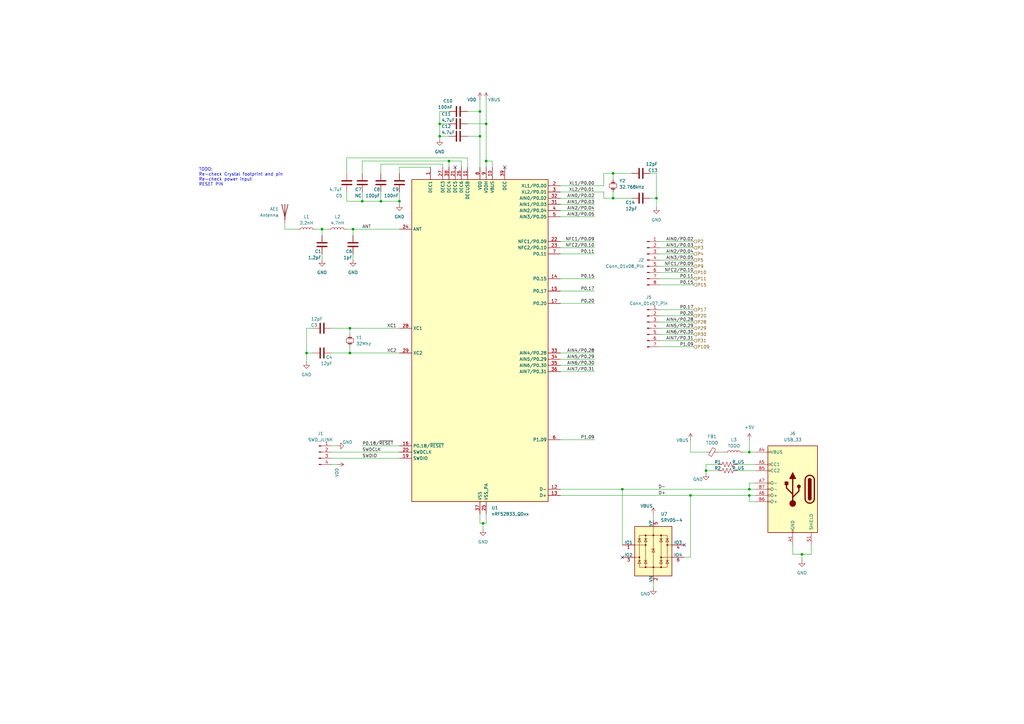
<source format=kicad_sch>
(kicad_sch (version 20231120) (generator "eeschema") (generator_version "8.0")
  (paper "A3")
  (title_block (title "NRF52833_QFN40") (date "2024-11-14") (company "AHAH_TERROR"))
  (lib_symbols
    (symbol "Connector:Conn_01x04_Pin" (pin_names (offset 1.016) hide)
      (property "Reference" "J" (at 0 5.08 0))
      (property "Value" "Conn_01x04_Pin" (at 0 -7.62 0))
      (symbol "Conn_01x04_Pin_1_1"
        (polyline (pts (xy 1.27 -5.08) (xy 0.8636 -5.08)) (stroke (width 0.1524)))
        (polyline (pts (xy 1.27 -2.54) (xy 0.8636 -2.54)) (stroke (width 0.1524)))
        (polyline (pts (xy 1.27 0) (xy 0.8636 0)) (stroke (width 0.1524)))
        (polyline (pts (xy 1.27 2.54) (xy 0.8636 2.54)) (stroke (width 0.1524)))
        (rectangle (start 0.8636 -4.953) (end 0 -5.207) (stroke (width 0.1524)) (fill (type outline)))
        (rectangle (start 0.8636 -2.413) (end 0 -2.667) (stroke (width 0.1524)) (fill (type outline)))
        (rectangle (start 0.8636 0.127) (end 0 -0.127) (stroke (width 0.1524)) (fill (type outline)))
        (rectangle (start 0.8636 2.667) (end 0 2.413) (stroke (width 0.1524)) (fill (type outline)))
        (pin passive line (at 5.08 2.54 180) (length 3.81) (name "Pin_1") (number "1"))
        (pin passive line (at 5.08 0 180) (length 3.81) (name "Pin_2") (number "2"))
        (pin passive line (at 5.08 -2.54 180) (length 3.81) (name "Pin_3") (number "3"))
        (pin passive line (at 5.08 -5.08 180) (length 3.81) (name "Pin_4") (number "4"))
      )
    )
    (symbol "Connector:Conn_01x07_Pin" (pin_names (offset 1.016) hide)
      (property "Reference" "J" (at 0 10.16 0))
      (property "Value" "Conn_01x07_Pin" (at 0 -10.16 0))
      (symbol "Conn_01x07_Pin_1_1"
        (polyline (pts (xy 1.27 -7.62) (xy 0.8636 -7.62)) (stroke (width 0.1524)))
        (polyline (pts (xy 1.27 -5.08) (xy 0.8636 -5.08)) (stroke (width 0.1524)))
        (polyline (pts (xy 1.27 -2.54) (xy 0.8636 -2.54)) (stroke (width 0.1524)))
        (polyline (pts (xy 1.27 0) (xy 0.8636 0)) (stroke (width 0.1524)))
        (polyline (pts (xy 1.27 2.54) (xy 0.8636 2.54)) (stroke (width 0.1524)))
        (polyline (pts (xy 1.27 5.08) (xy 0.8636 5.08)) (stroke (width 0.1524)))
        (polyline (pts (xy 1.27 7.62) (xy 0.8636 7.62)) (stroke (width 0.1524)))
        (rectangle (start 0.8636 -7.493) (end 0 -7.747) (stroke (width 0.1524)) (fill (type outline)))
        (rectangle (start 0.8636 -4.953) (end 0 -5.207) (stroke (width 0.1524)) (fill (type outline)))
        (rectangle (start 0.8636 -2.413) (end 0 -2.667) (stroke (width 0.1524)) (fill (type outline)))
        (rectangle (start 0.8636 0.127) (end 0 -0.127) (stroke (width 0.1524)) (fill (type outline)))
        (rectangle (start 0.8636 2.667) (end 0 2.413) (stroke (width 0.1524)) (fill (type outline)))
        (rectangle (start 0.8636 5.207) (end 0 4.953) (stroke (width 0.1524)) (fill (type outline)))
        (rectangle (start 0.8636 7.747) (end 0 7.493) (stroke (width 0.1524)) (fill (type outline)))
        (pin passive line (at 5.08 7.62 180) (length 3.81) (name "Pin_1") (number "1"))
        (pin passive line (at 5.08 5.08 180) (length 3.81) (name "Pin_2") (number "2"))
        (pin passive line (at 5.08 2.54 180) (length 3.81) (name "Pin_3") (number "3"))
        (pin passive line (at 5.08 0 180) (length 3.81) (name "Pin_4") (number "4"))
        (pin passive line (at 5.08 -2.54 180) (length 3.81) (name "Pin_5") (number "5"))
        (pin passive line (at 5.08 -5.08 180) (length 3.81) (name "Pin_6") (number "6"))
        (pin passive line (at 5.08 -7.62 180) (length 3.81) (name "Pin_7") (number "7"))
      )
    )
    (symbol "Connector:Conn_01x08_Pin" (pin_names (offset 1.016) hide)
      (property "Reference" "J" (at 0 10.16 0))
      (property "Value" "Conn_01x08_Pin" (at 0 -12.7 0))
      (symbol "Conn_01x08_Pin_1_1"
        (polyline (pts (xy 1.27 -10.16) (xy 0.8636 -10.16)) (stroke (width 0.1524)))
        (polyline (pts (xy 1.27 -7.62) (xy 0.8636 -7.62)) (stroke (width 0.1524)))
        (polyline (pts (xy 1.27 -5.08) (xy 0.8636 -5.08)) (stroke (width 0.1524)))
        (polyline (pts (xy 1.27 -2.54) (xy 0.8636 -2.54)) (stroke (width 0.1524)))
        (polyline (pts (xy 1.27 0) (xy 0.8636 0)) (stroke (width 0.1524)))
        (polyline (pts (xy 1.27 2.54) (xy 0.8636 2.54)) (stroke (width 0.1524)))
        (polyline (pts (xy 1.27 5.08) (xy 0.8636 5.08)) (stroke (width 0.1524)))
        (polyline (pts (xy 1.27 7.62) (xy 0.8636 7.62)) (stroke (width 0.1524)))
        (rectangle (start 0.8636 -10.033) (end 0 -10.287) (stroke (width 0.1524)) (fill (type outline)))
        (rectangle (start 0.8636 -7.493) (end 0 -7.747) (stroke (width 0.1524)) (fill (type outline)))
        (rectangle (start 0.8636 -4.953) (end 0 -5.207) (stroke (width 0.1524)) (fill (type outline)))
        (rectangle (start 0.8636 -2.413) (end 0 -2.667) (stroke (width 0.1524)) (fill (type outline)))
        (rectangle (start 0.8636 0.127) (end 0 -0.127) (stroke (width 0.1524)) (fill (type outline)))
        (rectangle (start 0.8636 2.667) (end 0 2.413) (stroke (width 0.1524)) (fill (type outline)))
        (rectangle (start 0.8636 5.207) (end 0 4.953) (stroke (width 0.1524)) (fill (type outline)))
        (rectangle (start 0.8636 7.747) (end 0 7.493) (stroke (width 0.1524)) (fill (type outline)))
        (pin passive line (at 5.08 7.62 180) (length 3.81) (name "Pin_1") (number "1"))
        (pin passive line (at 5.08 5.08 180) (length 3.81) (name "Pin_2") (number "2"))
        (pin passive line (at 5.08 2.54 180) (length 3.81) (name "Pin_3") (number "3"))
        (pin passive line (at 5.08 0 180) (length 3.81) (name "Pin_4") (number "4"))
        (pin passive line (at 5.08 -2.54 180) (length 3.81) (name "Pin_5") (number "5"))
        (pin passive line (at 5.08 -5.08 180) (length 3.81) (name "Pin_6") (number "6"))
        (pin passive line (at 5.08 -7.62 180) (length 3.81) (name "Pin_7") (number "7"))
        (pin passive line (at 5.08 -10.16 180) (length 3.81) (name "Pin_8") (number "8"))
      )
    )
    (symbol "Connector:USB_C_Receptacle_USB2.0_14P" (pin_names (offset 1.016))
      (property "Reference" "J" (at 0 22.225 0))
      (property "Value" "USB_C_Receptacle_USB2.0_14P" (at 0 19.685 0))
      (symbol "USB_C_Receptacle_USB2.0_14P_0_0"
        (rectangle (start -0.254 -17.78) (end 0.254 -16.764))
        (rectangle (start 10.16 -4.826) (end 9.144 -5.334))
        (rectangle (start 10.16 -2.286) (end 9.144 -2.794))
        (rectangle (start 10.16 0.254) (end 9.144 -0.254))
        (rectangle (start 10.16 2.794) (end 9.144 2.286))
        (rectangle (start 10.16 7.874) (end 9.144 7.366))
        (rectangle (start 10.16 10.414) (end 9.144 9.906))
        (rectangle (start 10.16 15.494) (end 9.144 14.986))
      )
      (symbol "USB_C_Receptacle_USB2.0_14P_0_1"
        (rectangle (start -10.16 17.78) (end 10.16 -17.78) (stroke (width 0.254)) (fill (type background)))
        (arc (start -8.89 -3.81) (mid -6.985 -5.7067) (end -5.08 -3.81) (stroke (width 0.508)))
        (arc (start -7.62 -3.81) (mid -6.985 -4.4423) (end -6.35 -3.81) (stroke (width 0.254)))
        (arc (start -7.62 -3.81) (mid -6.985 -4.4423) (end -6.35 -3.81) (stroke (width 0.254)) (fill (type outline)))
        (rectangle (start -7.62 -3.81) (end -6.35 3.81) (stroke (width 0.254)) (fill (type outline)))
        (arc (start -6.35 3.81) (mid -6.985 4.4423) (end -7.62 3.81) (stroke (width 0.254)))
        (arc (start -6.35 3.81) (mid -6.985 4.4423) (end -7.62 3.81) (stroke (width 0.254)) (fill (type outline)))
        (arc (start -5.08 3.81) (mid -6.985 5.7067) (end -8.89 3.81) (stroke (width 0.508)))
        (circle (center -2.54 1.143) (radius 0.635) (stroke (width 0.254)) (fill (type outline)))
        (circle (center 0 -5.842) (radius 1.27) (fill (type outline)))
        (polyline (pts (xy -8.89 -3.81) (xy -8.89 3.81)) (stroke (width 0.508)))
        (polyline (pts (xy -5.08 3.81) (xy -5.08 -3.81)) (stroke (width 0.508)))
        (polyline (pts (xy 0 -5.842) (xy 0 4.318)) (stroke (width 0.508)))
        (polyline (pts (xy 0 -3.302) (xy -2.54 -0.762) (xy -2.54 0.508)) (stroke (width 0.508)))
        (polyline (pts (xy 0 -2.032) (xy 2.54 0.508) (xy 2.54 1.778)) (stroke (width 0.508)))
        (polyline (pts (xy -1.27 4.318) (xy 0 6.858) (xy 1.27 4.318) (xy -1.27 4.318)) (stroke (width 0.254)) (fill (type outline)))
        (rectangle (start 1.905 1.778) (end 3.175 3.048) (stroke (width 0.254)) (fill (type outline)))
      )
      (symbol "USB_C_Receptacle_USB2.0_14P_1_1"
        (pin passive line (at 0 -22.86 90) (length 5.08) (name "GND") (number "A1"))
        (pin passive line (at 0 -22.86 90) (length 5.08) hide (name "GND") (number "A12"))
        (pin passive line (at 15.24 15.24 180) (length 5.08) (name "VBUS") (number "A4"))
        (pin bidirectional line (at 15.24 10.16 180) (length 5.08) (name "CC1") (number "A5"))
        (pin bidirectional line (at 15.24 -2.54 180) (length 5.08) (name "D+") (number "A6"))
        (pin bidirectional line (at 15.24 2.54 180) (length 5.08) (name "D-") (number "A7"))
        (pin passive line (at 15.24 15.24 180) (length 5.08) hide (name "VBUS") (number "A9"))
        (pin passive line (at 0 -22.86 90) (length 5.08) hide (name "GND") (number "B1"))
        (pin passive line (at 0 -22.86 90) (length 5.08) hide (name "GND") (number "B12"))
        (pin passive line (at 15.24 15.24 180) (length 5.08) hide (name "VBUS") (number "B4"))
        (pin bidirectional line (at 15.24 7.62 180) (length 5.08) (name "CC2") (number "B5"))
        (pin bidirectional line (at 15.24 -5.08 180) (length 5.08) (name "D+") (number "B6"))
        (pin bidirectional line (at 15.24 0 180) (length 5.08) (name "D-") (number "B7"))
        (pin passive line (at 15.24 15.24 180) (length 5.08) hide (name "VBUS") (number "B9"))
        (pin passive line (at -7.62 -22.86 90) (length 5.08) (name "SHIELD") (number "S1"))
      )
    )
    (symbol "Device:Antenna" (pin_numbers hide) (pin_names (offset 1.016) hide)
      (property "Reference" "AE" (at -1.905 1.905 0))
      (property "Value" "Antenna" (at -1.905 0 0))
      (symbol "Antenna_0_1"
        (polyline (pts (xy 0 2.54) (xy 0 -3.81)) (stroke (width 0.254)))
        (polyline (pts (xy 1.27 2.54) (xy 0 -2.54) (xy -1.27 2.54)) (stroke (width 0.254)))
      )
      (symbol "Antenna_1_1"
        (pin input line (at 0 -5.08 90) (length 2.54) (name "A") (number "1"))
      )
    )
    (symbol "Device:C" (pin_numbers hide) (pin_names (offset 0.254))
      (property "Reference" "C" (at 0.635 2.54 0))
      (property "Value" "C" (at 0.635 -2.54 0))
      (symbol "C_0_1"
        (polyline (pts (xy -2.032 -0.762) (xy 2.032 -0.762)) (stroke (width 0.508)))
        (polyline (pts (xy -2.032 0.762) (xy 2.032 0.762)) (stroke (width 0.508)))
      )
      (symbol "C_1_1"
        (pin passive line (at 0 3.81 270) (length 2.794) (name "~") (number "1"))
        (pin passive line (at 0 -3.81 90) (length 2.794) (name "~") (number "2"))
      )
    )
    (symbol "Device:Crystal_Small" (pin_numbers hide) (pin_names (offset 1.016) hide)
      (property "Reference" "Y" (at 0 2.54 0))
      (property "Value" "Crystal_Small" (at 0 -2.54 0))
      (symbol "Crystal_Small_0_1"
        (rectangle (start -0.762 -1.524) (end 0.762 1.524))
        (polyline (pts (xy -1.27 -0.762) (xy -1.27 0.762)) (stroke (width 0.381)))
        (polyline (pts (xy 1.27 -0.762) (xy 1.27 0.762)) (stroke (width 0.381)))
      )
      (symbol "Crystal_Small_1_1"
        (pin passive line (at -2.54 0 0) (length 1.27) (name "1") (number "1"))
        (pin passive line (at 2.54 0 180) (length 1.27) (name "2") (number "2"))
      )
    )
    (symbol "Device:FerriteBead_Small" (pin_numbers hide) (pin_names (offset 0))
      (property "Reference" "FB" (at 1.905 1.27 0))
      (property "Value" "FerriteBead_Small" (at 1.905 -1.27 0))
      (symbol "FerriteBead_Small_0_1"
        (polyline (pts (xy 0 -1.27) (xy 0 -0.7874)))
        (polyline (pts (xy 0 0.889) (xy 0 1.2954)))
        (polyline (pts (xy -1.8288 0.2794) (xy -1.1176 1.4986) (xy 1.8288 -0.2032) (xy 1.1176 -1.4224) (xy -1.8288 0.2794)))
      )
      (symbol "FerriteBead_Small_1_1"
        (pin passive line (at 0 2.54 270) (length 1.27) (name "~") (number "1"))
        (pin passive line (at 0 -2.54 90) (length 1.27) (name "~") (number "2"))
      )
    )
    (symbol "Device:L" (pin_numbers hide) (pin_names (offset 1.016) hide)
      (property "Reference" "L" (at -1.27 0 90))
      (property "Value" "L" (at 1.905 0 90))
      (symbol "L_0_1"
        (arc (start 0 -2.54) (mid 0.6323 -1.905) (end 0 -1.27))
        (arc (start 0 -1.27) (mid 0.6323 -0.635) (end 0 0))
        (arc (start 0 0) (mid 0.6323 0.635) (end 0 1.27))
        (arc (start 0 1.27) (mid 0.6323 1.905) (end 0 2.54))
      )
      (symbol "L_1_1"
        (pin passive line (at 0 3.81 270) (length 1.27) (name "1") (number "1"))
        (pin passive line (at 0 -3.81 90) (length 1.27) (name "2") (number "2"))
      )
    )
    (symbol "Device:R_US" (pin_numbers hide) (pin_names (offset 0))
      (property "Reference" "R" (at 2.54 0 90))
      (property "Value" "R_US" (at -2.54 0 90))
      (symbol "R_US_0_1"
        (polyline (pts (xy 0 -2.286) (xy 0 -2.54)))
        (polyline (pts (xy 0 2.286) (xy 0 2.54)))
        (polyline (pts (xy 0 -0.762) (xy 1.016 -1.143) (xy 0 -1.524) (xy -1.016 -1.905) (xy 0 -2.286)))
        (polyline (pts (xy 0 0.762) (xy 1.016 0.381) (xy 0 0) (xy -1.016 -0.381) (xy 0 -0.762)))
        (polyline (pts (xy 0 2.286) (xy 1.016 1.905) (xy 0 1.524) (xy -1.016 1.143) (xy 0 0.762)))
      )
      (symbol "R_US_1_1"
        (pin passive line (at 0 3.81 270) (length 1.27) (name "~") (number "1"))
        (pin passive line (at 0 -3.81 90) (length 1.27) (name "~") (number "2"))
      )
    )
    (symbol "MCU_Nordic:nRF52833_QDxx"
      (property "Reference" "U" (at 0 5.08 0))
      (property "Value" "nRF52833_QDxx" (at 0 2.54 0))
      (symbol "nRF52833_QDxx_0_1"
        (rectangle (start -27.94 66.04) (end 27.94 -66.04) (stroke (width 0.254)) (fill (type background)))
      )
      (symbol "nRF52833_QDxx_1_1"
        (pin passive line (at -20.32 71.12 270) (length 5.08) (name "DEC1") (number "1"))
        (pin power_in line (at 5.08 71.12 270) (length 5.08) (name "VBUS") (number "10"))
        (pin passive line (at -5.08 71.12 270) (length 5.08) (name "DECUSB") (number "11"))
        (pin bidirectional line (at 33.02 -60.96 180) (length 5.08) (name "D-") (number "12"))
        (pin bidirectional line (at 33.02 -63.5 180) (length 5.08) (name "D+") (number "13"))
        (pin bidirectional line (at 33.02 25.4 180) (length 5.08) (name "P0.15") (number "14"))
        (pin bidirectional line (at 33.02 20.32 180) (length 5.08) (name "P0.17") (number "15"))
        (pin bidirectional line (at -33.02 -43.18 0) (length 5.08) (name "P0.18/~{RESET}") (number "16"))
        (pin bidirectional line (at 33.02 15.24 180) (length 5.08) (name "P0.20") (number "17"))
        (pin passive line (at 0 71.12 270) (length 5.08) hide (name "VDD") (number "18"))
        (pin bidirectional line (at -33.02 -48.26 0) (length 5.08) (name "SWDIO") (number "19"))
        (pin bidirectional line (at 33.02 63.5 180) (length 5.08) (name "XL1/P0.00") (number "2"))
        (pin input line (at -33.02 -45.72 0) (length 5.08) (name "SWDCLK") (number "20"))
        (pin passive line (at -10.16 71.12 270) (length 5.08) (name "DEC5") (number "21"))
        (pin bidirectional line (at 33.02 40.64 180) (length 5.08) (name "NFC1/P0.09") (number "22"))
        (pin bidirectional line (at 33.02 38.1 180) (length 5.08) (name "NFC2/P0.10") (number "23"))
        (pin passive line (at -33.02 45.72 0) (length 5.08) (name "ANT") (number "24"))
        (pin power_in line (at 2.54 -71.12 90) (length 5.08) (name "VSS_PA") (number "25"))
        (pin passive line (at -7.62 71.12 270) (length 5.08) (name "DEC6") (number "26"))
        (pin passive line (at -15.24 71.12 270) (length 5.08) (name "DEC3") (number "27"))
        (pin input line (at -33.02 5.08 0) (length 5.08) (name "XC1") (number "28"))
        (pin input line (at -33.02 -5.08 0) (length 5.08) (name "XC2") (number "29"))
        (pin bidirectional line (at 33.02 60.96 180) (length 5.08) (name "XL2/P0.01") (number "3"))
        (pin passive line (at 0 71.12 270) (length 5.08) hide (name "VDD") (number "30"))
        (pin bidirectional line (at 33.02 55.88 180) (length 5.08) (name "AIN1/P0.03") (number "31"))
        (pin bidirectional line (at 33.02 58.42 180) (length 5.08) (name "AIN0/P0.02") (number "32"))
        (pin bidirectional line (at 33.02 -5.08 180) (length 5.08) (name "AIN4/P0.28") (number "33"))
        (pin bidirectional line (at 33.02 -7.62 180) (length 5.08) (name "AIN5/P0.29") (number "34"))
        (pin bidirectional line (at 33.02 -10.16 180) (length 5.08) (name "AIN6/P0.30") (number "35"))
        (pin bidirectional line (at 33.02 -12.7 180) (length 5.08) (name "AIN7/P0.31") (number "36"))
        (pin power_in line (at 0 -71.12 90) (length 5.08) (name "VSS") (number "37"))
        (pin passive line (at -12.7 71.12 270) (length 5.08) (name "DEC4") (number "38"))
        (pin power_out line (at 10.16 71.12 270) (length 5.08) (name "DCC") (number "39"))
        (pin bidirectional line (at 33.02 53.34 180) (length 5.08) (name "AIN2/P0.04") (number "4"))
        (pin passive line (at 0 71.12 270) (length 5.08) hide (name "VDD") (number "40"))
        (pin passive line (at 0 -71.12 90) (length 5.08) hide (name "VSS") (number "41"))
        (pin bidirectional line (at 33.02 50.8 180) (length 5.08) (name "AIN3/P0.05") (number "5"))
        (pin bidirectional line (at 33.02 -40.64 180) (length 5.08) (name "P1.09") (number "6"))
        (pin bidirectional line (at 33.02 35.56 180) (length 5.08) (name "P0.11") (number "7"))
        (pin power_in line (at 0 71.12 270) (length 5.08) (name "VDD") (number "8"))
        (pin power_in line (at 2.54 71.12 270) (length 5.08) (name "VDDH") (number "9"))
      )
    )
    (symbol "Power_Protection:SRV05-4" (pin_names (offset 0))
      (property "Reference" "U" (at -5.08 11.43 0))
      (property "Value" "SRV05-4" (at 2.54 11.43 0))
      (symbol "SRV05-4_0_0"
        (rectangle (start -5.715 6.477) (end 5.715 -6.604))
        (polyline (pts (xy -3.175 -6.604) (xy -3.175 6.477)))
        (polyline (pts (xy 3.175 6.477) (xy 3.175 -6.604)))
      )
      (symbol "SRV05-4_0_1"
        (rectangle (start -7.62 10.16) (end 7.62 -10.16) (stroke (width 0.254)) (fill (type background)))
        (circle (center -5.715 -2.54) (radius 0.2794) (fill (type outline)))
        (circle (center -3.175 -6.604) (radius 0.2794) (fill (type outline)))
        (circle (center -3.175 2.54) (radius 0.2794) (fill (type outline)))
        (circle (center -3.175 6.477) (radius 0.2794) (fill (type outline)))
        (circle (center 0 -6.604) (radius 0.2794) (fill (type outline)))
        (polyline (pts (xy -7.747 2.54) (xy -3.175 2.54)))
        (polyline (pts (xy -7.62 -2.54) (xy -5.715 -2.54)))
        (polyline (pts (xy -5.08 -3.81) (xy -6.35 -3.81)))
        (polyline (pts (xy -5.08 5.08) (xy -6.35 5.08)))
        (polyline (pts (xy -2.54 -3.81) (xy -3.81 -3.81)))
        (polyline (pts (xy -2.54 5.08) (xy -3.81 5.08)))
        (polyline (pts (xy 0 10.16) (xy 0 -10.16)))
        (polyline (pts (xy 3.81 -3.81) (xy 2.54 -3.81)))
        (polyline (pts (xy 3.81 5.08) (xy 2.54 5.08)))
        (polyline (pts (xy 6.35 -3.81) (xy 5.08 -3.81)))
        (polyline (pts (xy 6.35 5.08) (xy 5.08 5.08)))
        (polyline (pts (xy 7.62 -2.54) (xy 3.175 -2.54)))
        (polyline (pts (xy 7.62 2.54) (xy 5.715 2.54)))
        (polyline (pts (xy 0.635 0.889) (xy -0.635 0.889) (xy -0.635 0.635)))
        (polyline (pts (xy -5.08 -5.08) (xy -6.35 -5.08) (xy -5.715 -3.81) (xy -5.08 -5.08)))
        (polyline (pts (xy -5.08 3.81) (xy -6.35 3.81) (xy -5.715 5.08) (xy -5.08 3.81)))
        (polyline (pts (xy -2.54 -5.08) (xy -3.81 -5.08) (xy -3.175 -3.81) (xy -2.54 -5.08)))
        (polyline (pts (xy -2.54 3.81) (xy -3.81 3.81) (xy -3.175 5.08) (xy -2.54 3.81)))
        (polyline (pts (xy 0.635 -0.381) (xy -0.635 -0.381) (xy 0 0.889) (xy 0.635 -0.381)))
        (polyline (pts (xy 3.81 -5.08) (xy 2.54 -5.08) (xy 3.175 -3.81) (xy 3.81 -5.08)))
        (polyline (pts (xy 3.81 3.81) (xy 2.54 3.81) (xy 3.175 5.08) (xy 3.81 3.81)))
        (polyline (pts (xy 6.35 -5.08) (xy 5.08 -5.08) (xy 5.715 -3.81) (xy 6.35 -5.08)))
        (polyline (pts (xy 6.35 3.81) (xy 5.08 3.81) (xy 5.715 5.08) (xy 6.35 3.81)))
        (circle (center 0 6.477) (radius 0.2794) (fill (type outline)))
        (circle (center 3.175 -6.604) (radius 0.2794) (fill (type outline)))
        (circle (center 3.175 -2.54) (radius 0.2794) (fill (type outline)))
        (circle (center 3.175 6.477) (radius 0.2794) (fill (type outline)))
        (circle (center 5.715 2.54) (radius 0.2794) (fill (type outline)))
      )
      (symbol "SRV05-4_1_1"
        (pin passive line (at -12.7 2.54 0) (length 5.08) (name "IO1") (number "1"))
        (pin passive line (at 0 -12.7 90) (length 2.54) (name "VN") (number "2"))
        (pin passive line (at -12.7 -2.54 0) (length 5.08) (name "IO2") (number "3"))
        (pin passive line (at 12.7 2.54 180) (length 5.08) (name "IO3") (number "4"))
        (pin passive line (at 0 12.7 270) (length 2.54) (name "VP") (number "5"))
        (pin passive line (at 12.7 -2.54 180) (length 5.08) (name "IO4") (number "6"))
      )
    )
    (symbol "power:+5V" (power) (pin_numbers hide) (pin_names (offset 0) hide)
      (property "Value" "+5V" (at 0 3.556 0))
      (symbol "+5V_0_1"
        (polyline (pts (xy -0.762 1.27) (xy 0 2.54)))
        (polyline (pts (xy 0 0) (xy 0 2.54)))
        (polyline (pts (xy 0 2.54) (xy 0.762 1.27)))
      )
      (symbol "+5V_1_1"
        (pin power_in line (at 0 0 90) (length 0) (name "~") (number "1"))
      )
    )
    (symbol "power:GND" (power) (pin_numbers hide) (pin_names (offset 0) hide)
      (property "Value" "GND" (at 0 -3.81 0))
      (symbol "GND_0_1"
        (polyline (pts (xy 0 0) (xy 0 -1.27) (xy 1.27 -1.27) (xy 0 -2.54) (xy -1.27 -1.27) (xy 0 -1.27)))
      )
      (symbol "GND_1_1"
        (pin power_in line (at 0 0 270) (length 0) (name "~") (number "1"))
      )
    )
    (symbol "power:VBUS" (power) (pin_numbers hide) (pin_names (offset 0) hide)
      (property "Value" "VBUS" (at 0 3.556 0))
      (symbol "VBUS_0_1"
        (polyline (pts (xy -0.762 1.27) (xy 0 2.54)))
        (polyline (pts (xy 0 0) (xy 0 2.54)))
        (polyline (pts (xy 0 2.54) (xy 0.762 1.27)))
      )
      (symbol "VBUS_1_1"
        (pin power_in line (at 0 0 90) (length 0) (name "~") (number "1"))
      )
    )
    (symbol "power:VDD" (power) (pin_numbers hide) (pin_names (offset 0) hide)
      (property "Value" "VDD" (at 0 3.556 0))
      (symbol "VDD_0_1"
        (polyline (pts (xy -0.762 1.27) (xy 0 2.54)))
        (polyline (pts (xy 0 0) (xy 0 2.54)))
        (polyline (pts (xy 0 2.54) (xy 0.762 1.27)))
      )
      (symbol "VDD_1_1"
        (pin power_in line (at 0 0 90) (length 0) (name "~") (number "1"))
      )
    )
  )
  (junction (at 180.34 55.88))
  (junction (at 283.21 203.2))
  (junction (at 125.73 144.78))
  (junction (at 184.15 66.04))
  (junction (at 289.56 193.04))
  (junction (at 132.08 93.98))
  (junction (at 163.83 82.55))
  (junction (at 196.85 55.88))
  (junction (at 199.39 50.8))
  (junction (at 196.85 45.72))
  (junction (at 143.51 144.78))
  (junction (at 144.78 93.98))
  (junction (at 251.46 71.12))
  (junction (at 180.34 50.8))
  (junction (at 251.46 81.28))
  (junction (at 143.51 134.62))
  (junction (at 199.39 66.04))
  (junction (at 307.34 200.66))
  (junction (at 307.34 203.2))
  (junction (at 198.12 214.63))
  (junction (at 269.24 81.28))
  (junction (at 255.27 200.66))
  (junction (at 307.34 185.42))
  (junction (at 328.93 227.33))
  (junction (at 148.59 82.55))
  (junction (at 156.21 82.55))
  (no_connect (at 207.01 68.58))
  (no_connect (at 280.67 223.52))
  (no_connect (at 255.27 228.6))
  (no_connect (at 186.69 68.58))
  (wire (pts (xy 142.24 93.98) (xy 144.78 93.98)))
  (wire (pts (xy 251.46 73.66) (xy 251.46 71.12)))
  (wire (pts (xy 259.08 71.12) (xy 251.46 71.12)))
  (wire (pts (xy 132.08 104.14) (xy 132.08 106.68)))
  (wire (pts (xy 125.73 148.59) (xy 125.73 144.78)))
  (wire (pts (xy 138.43 182.88) (xy 135.89 182.88)))
  (wire (pts (xy 163.83 68.58) (xy 176.53 68.58)))
  (wire (pts (xy 143.51 137.16) (xy 143.51 134.62)))
  (wire (pts (xy 332.74 227.33) (xy 332.74 223.52)))
  (wire (pts (xy 328.93 227.33) (xy 328.93 229.87)))
  (wire (pts (xy 267.97 210.82) (xy 267.97 213.36)))
  (wire (pts (xy 284.48 127) (xy 270.51 127)))
  (wire (pts (xy 309.88 200.66) (xy 307.34 200.66)))
  (wire (pts (xy 191.77 50.8) (xy 199.39 50.8)))
  (wire (pts (xy 198.12 214.63) (xy 199.39 214.63)))
  (wire (pts (xy 201.93 66.04) (xy 199.39 66.04)))
  (wire (pts (xy 255.27 200.66) (xy 255.27 223.52)))
  (wire (pts (xy 325.12 227.33) (xy 328.93 227.33)))
  (wire (pts (xy 143.51 144.78) (xy 163.83 144.78)))
  (wire (pts (xy 328.93 227.33) (xy 332.74 227.33)))
  (wire (pts (xy 243.84 99.06) (xy 229.87 99.06)))
  (wire (pts (xy 243.84 119.38) (xy 229.87 119.38)))
  (wire (pts (xy 144.78 96.52) (xy 144.78 93.98)))
  (wire (pts (xy 307.34 203.2) (xy 309.88 203.2)))
  (wire (pts (xy 199.39 40.64) (xy 199.39 50.8)))
  (wire (pts (xy 138.43 190.5) (xy 135.89 190.5)))
  (wire (pts (xy 191.77 64.77) (xy 191.77 68.58)))
  (wire (pts (xy 280.67 228.6) (xy 283.21 228.6)))
  (wire (pts (xy 199.39 50.8) (xy 199.39 66.04)))
  (wire (pts (xy 289.56 193.04) (xy 289.56 194.31)))
  (wire (pts (xy 156.21 71.12) (xy 156.21 67.31)))
  (wire (pts (xy 309.88 205.74) (xy 307.34 205.74)))
  (wire (pts (xy 116.84 93.98) (xy 116.84 91.44)))
  (wire (pts (xy 196.85 40.64) (xy 196.85 45.72)))
  (wire (pts (xy 125.73 144.78) (xy 128.27 144.78)))
  (wire (pts (xy 259.08 81.28) (xy 251.46 81.28)))
  (wire (pts (xy 163.83 83.82) (xy 163.83 82.55)))
  (wire (pts (xy 284.48 132.08) (xy 270.51 132.08)))
  (wire (pts (xy 284.48 111.76) (xy 270.51 111.76)))
  (wire (pts (xy 243.84 83.82) (xy 229.87 83.82)))
  (wire (pts (xy 243.84 152.4) (xy 229.87 152.4)))
  (wire (pts (xy 180.34 45.72) (xy 180.34 50.8)))
  (wire (pts (xy 191.77 55.88) (xy 196.85 55.88)))
  (wire (pts (xy 128.27 134.62) (xy 125.73 134.62)))
  (wire (pts (xy 251.46 78.74) (xy 251.46 81.28)))
  (wire (pts (xy 243.84 86.36) (xy 229.87 86.36)))
  (wire (pts (xy 196.85 210.82) (xy 196.85 214.63)))
  (wire (pts (xy 196.85 45.72) (xy 196.85 55.88)))
  (wire (pts (xy 284.48 99.06) (xy 270.51 99.06)))
  (wire (pts (xy 247.65 81.28) (xy 247.65 78.74)))
  (wire (pts (xy 148.59 78.74) (xy 148.59 82.55)))
  (wire (pts (xy 243.84 81.28) (xy 229.87 81.28)))
  (wire (pts (xy 289.56 185.42) (xy 283.21 185.42)))
  (wire (pts (xy 199.39 66.04) (xy 199.39 68.58)))
  (wire (pts (xy 132.08 93.98) (xy 132.08 96.52)))
  (wire (pts (xy 283.21 228.6) (xy 283.21 203.2)))
  (wire (pts (xy 243.84 124.46) (xy 229.87 124.46)))
  (wire (pts (xy 196.85 214.63) (xy 198.12 214.63)))
  (wire (pts (xy 284.48 114.3) (xy 270.51 114.3)))
  (wire (pts (xy 135.89 185.42) (xy 163.83 185.42)))
  (wire (pts (xy 156.21 67.31) (xy 181.61 67.31)))
  (wire (pts (xy 135.89 144.78) (xy 143.51 144.78)))
  (wire (pts (xy 255.27 200.66) (xy 307.34 200.66)))
  (wire (pts (xy 269.24 71.12) (xy 269.24 81.28)))
  (wire (pts (xy 184.15 45.72) (xy 180.34 45.72)))
  (wire (pts (xy 184.15 66.04) (xy 189.23 66.04)))
  (wire (pts (xy 196.85 55.88) (xy 196.85 68.58)))
  (wire (pts (xy 284.48 137.16) (xy 270.51 137.16)))
  (wire (pts (xy 307.34 185.42) (xy 307.34 180.34)))
  (wire (pts (xy 243.84 88.9) (xy 229.87 88.9)))
  (wire (pts (xy 229.87 78.74) (xy 247.65 78.74)))
  (wire (pts (xy 284.48 104.14) (xy 270.51 104.14)))
  (wire (pts (xy 148.59 82.55) (xy 156.21 82.55)))
  (wire (pts (xy 243.84 149.86) (xy 229.87 149.86)))
  (wire (pts (xy 243.84 144.78) (xy 229.87 144.78)))
  (wire (pts (xy 284.48 142.24) (xy 270.51 142.24)))
  (wire (pts (xy 198.12 214.63) (xy 198.12 217.17)))
  (wire (pts (xy 163.83 78.74) (xy 163.83 82.55)))
  (wire (pts (xy 148.59 182.88) (xy 163.83 182.88)))
  (wire (pts (xy 284.48 139.7) (xy 270.51 139.7)))
  (wire (pts (xy 184.15 50.8) (xy 180.34 50.8)))
  (wire (pts (xy 143.51 134.62) (xy 163.83 134.62)))
  (wire (pts (xy 243.84 104.14) (xy 229.87 104.14)))
  (wire (pts (xy 289.56 193.04) (xy 289.56 190.5)))
  (wire (pts (xy 142.24 82.55) (xy 148.59 82.55)))
  (wire (pts (xy 143.51 142.24) (xy 143.51 144.78)))
  (wire (pts (xy 283.21 203.2) (xy 307.34 203.2)))
  (wire (pts (xy 269.24 85.09) (xy 269.24 81.28)))
  (wire (pts (xy 201.93 68.58) (xy 201.93 66.04)))
  (wire (pts (xy 148.59 71.12) (xy 148.59 66.04)))
  (wire (pts (xy 243.84 147.32) (xy 229.87 147.32)))
  (wire (pts (xy 307.34 198.12) (xy 307.34 200.66)))
  (wire (pts (xy 163.83 71.12) (xy 163.83 68.58)))
  (wire (pts (xy 294.64 193.04) (xy 289.56 193.04)))
  (wire (pts (xy 181.61 67.31) (xy 181.61 68.58)))
  (wire (pts (xy 307.34 205.74) (xy 307.34 203.2)))
  (wire (pts (xy 142.24 78.74) (xy 142.24 82.55)))
  (wire (pts (xy 284.48 134.62) (xy 270.51 134.62)))
  (wire (pts (xy 302.26 193.04) (xy 309.88 193.04)))
  (wire (pts (xy 243.84 180.34) (xy 229.87 180.34)))
  (wire (pts (xy 243.84 114.3) (xy 229.87 114.3)))
  (wire (pts (xy 142.24 71.12) (xy 142.24 64.77)))
  (wire (pts (xy 156.21 78.74) (xy 156.21 82.55)))
  (wire (pts (xy 142.24 64.77) (xy 191.77 64.77)))
  (wire (pts (xy 125.73 134.62) (xy 125.73 144.78)))
  (wire (pts (xy 191.77 45.72) (xy 196.85 45.72)))
  (wire (pts (xy 180.34 55.88) (xy 184.15 55.88)))
  (wire (pts (xy 269.24 81.28) (xy 266.7 81.28)))
  (wire (pts (xy 129.54 93.98) (xy 132.08 93.98)))
  (wire (pts (xy 199.39 214.63) (xy 199.39 210.82)))
  (wire (pts (xy 180.34 57.15) (xy 180.34 55.88)))
  (wire (pts (xy 243.84 101.6) (xy 229.87 101.6)))
  (wire (pts (xy 121.92 93.98) (xy 116.84 93.98)))
  (wire (pts (xy 135.89 134.62) (xy 143.51 134.62)))
  (wire (pts (xy 180.34 50.8) (xy 180.34 55.88)))
  (wire (pts (xy 302.26 190.5) (xy 309.88 190.5)))
  (wire (pts (xy 283.21 185.42) (xy 283.21 180.34)))
  (wire (pts (xy 266.7 71.12) (xy 269.24 71.12)))
  (wire (pts (xy 251.46 81.28) (xy 247.65 81.28)))
  (wire (pts (xy 144.78 104.14) (xy 144.78 106.68)))
  (wire (pts (xy 309.88 198.12) (xy 307.34 198.12)))
  (wire (pts (xy 247.65 71.12) (xy 251.46 71.12)))
  (wire (pts (xy 284.48 101.6) (xy 270.51 101.6)))
  (wire (pts (xy 229.87 200.66) (xy 255.27 200.66)))
  (wire (pts (xy 325.12 223.52) (xy 325.12 227.33)))
  (wire (pts (xy 294.64 185.42) (xy 297.18 185.42)))
  (wire (pts (xy 144.78 93.98) (xy 163.83 93.98)))
  (wire (pts (xy 284.48 109.22) (xy 270.51 109.22)))
  (wire (pts (xy 247.65 76.2) (xy 247.65 71.12)))
  (wire (pts (xy 184.15 68.58) (xy 184.15 66.04)))
  (wire (pts (xy 284.48 129.54) (xy 270.51 129.54)))
  (wire (pts (xy 267.97 238.76) (xy 267.97 241.3)))
  (wire (pts (xy 135.89 187.96) (xy 163.83 187.96)))
  (wire (pts (xy 304.8 185.42) (xy 307.34 185.42)))
  (wire (pts (xy 229.87 76.2) (xy 247.65 76.2)))
  (wire (pts (xy 309.88 185.42) (xy 307.34 185.42)))
  (wire (pts (xy 132.08 93.98) (xy 134.62 93.98)))
  (wire (pts (xy 284.48 106.68) (xy 270.51 106.68)))
  (wire (pts (xy 156.21 82.55) (xy 163.83 82.55)))
  (wire (pts (xy 229.87 203.2) (xy 283.21 203.2)))
  (wire (pts (xy 289.56 190.5) (xy 294.64 190.5)))
  (wire (pts (xy 189.23 66.04) (xy 189.23 68.58)))
  (wire (pts (xy 148.59 66.04) (xy 184.15 66.04)))
  (wire (pts (xy 284.48 116.84) (xy 270.51 116.84)))
  (text "TODO: \nRe-check Crystal footprint and pin \nRe-check power input\nRESET PIN" (at 81.534 68.834 0) (effects (font (size 1.27 1.27)) (justify left top)))
  (label "NFC1/P0.09" (at 243.84 99.06 180))
  (label "AIN3/P0.05" (at 284.48 106.68 180))
  (label "SWDIO" (at 148.59 187.96 0))
  (label "AIN6/P0.30" (at 284.48 137.16 180))
  (label "P0.11" (at 243.84 104.14 180))
  (label "P0.17" (at 243.84 119.38 180))
  (label "NFC1/P0.09" (at 284.48 109.22 180))
  (label "P0.20" (at 243.84 124.46 180))
  (label "AIN0/P0.02" (at 284.48 99.06 180))
  (label "SWDCLK" (at 148.59 185.42 0))
  (label "XC2" (at 158.75 144.78 0))
  (label "AIN4/P0.28" (at 284.48 132.08 180))
  (label "AIN1/P0.03" (at 284.48 101.6 180))
  (label "AIN3/P0.05" (at 243.84 88.9 180))
  (label "P0.18/~{RESET}" (at 148.59 182.88 0))
  (label "AIN5/P0.29" (at 243.84 147.32 180))
  (label "P0.17" (at 284.48 127 180))
  (label "D+" (at 273.05 203.2 180))
  (label "AIN7/P0.31" (at 284.48 139.7 180))
  (label "AIN2/P0.04" (at 284.48 104.14 180))
  (label "P0.20" (at 284.48 129.54 180))
  (label "P0.11" (at 284.48 114.3 180))
  (label "AIN2/P0.04" (at 243.84 86.36 180))
  (label "AIN0/P0.02" (at 243.84 81.28 180))
  (label "NFC2/P0.10" (at 284.48 111.76 180))
  (label "D-" (at 273.05 200.66 180))
  (label "AIN1/P0.03" (at 243.84 83.82 180))
  (label "P1.09" (at 243.84 180.34 180))
  (label "P0.15" (at 243.84 114.3 180))
  (label "P0.15" (at 284.48 116.84 180))
  (label "P1.09" (at 284.48 142.24 180))
  (label "XL2/P0.01" (at 243.84 78.74 180))
  (label "AIN7/P0.31" (at 243.84 152.4 180))
  (label "AIN6/P0.30" (at 243.84 149.86 180))
  (label "XC1" (at 158.75 134.62 0))
  (label "NFC2/P0.10" (at 243.84 101.6 180))
  (label "AIN4/P0.28" (at 243.84 144.78 180))
  (label "ANT" (at 148.59 93.98 0))
  (label "AIN5/P0.29" (at 284.48 134.62 180))
  (label "XL1/P0.00" (at 243.84 76.2 180))
  (hierarchical_label "P28" (shape input) (at 284.48 132.08 0))
  (hierarchical_label "P20" (shape input) (at 284.48 129.54 0))
  (hierarchical_label "P109" (shape input) (at 284.48 142.24 0))
  (hierarchical_label "P15" (shape input) (at 284.48 116.84 0))
  (hierarchical_label "P2" (shape input) (at 284.48 99.06 0))
  (hierarchical_label "P17" (shape input) (at 284.48 127 0))
  (hierarchical_label "P11" (shape input) (at 284.48 114.3 0))
  (hierarchical_label "P31" (shape input) (at 284.48 139.7 0))
  (hierarchical_label "P29" (shape input) (at 284.48 134.62 0))
  (hierarchical_label "P3" (shape input) (at 284.48 101.6 0))
  (hierarchical_label "P9" (shape input) (at 284.48 109.22 0))
  (hierarchical_label "P4" (shape input) (at 284.48 104.14 0))
  (hierarchical_label "P30" (shape input) (at 284.48 137.16 0))
  (hierarchical_label "P5" (shape input) (at 284.48 106.68 0))
  (hierarchical_label "P10" (shape input) (at 284.48 111.76 0))
  (symbol (lib_id "power:GND") (at 144.78 106.68 0) (unit 1)
    (property "Reference" "#PWR05" (effects (hide yes)))
    (property "Value" "GND" (at 144.78 111.76 0))
    (property "Description" "Power symbol creates a global label with name \"GND\" , ground" (effects (hide yes)))
  )
  (symbol (lib_id "power:GND") (at 198.12 217.17 0) (unit 1)
    (property "Reference" "#PWR09" (effects (hide yes)))
    (property "Value" "GND" (at 198.12 222.25 0))
    (property "Description" "Power symbol creates a global label with name \"GND\" , ground" (effects (hide yes)))
  )
  (symbol (lib_id "power:VDD") (at 138.43 190.5 270) (mirror x) (unit 1)
    (property "Reference" "#PWR04" (effects (hide yes)))
    (property "Value" "VDD" (at 138.176 193.802 0))
    (property "Description" "Power symbol creates a global label with name \"VDD\"" (effects (hide yes)))
  )
  (symbol (lib_id "Device:C") (at 148.59 74.93 0) (mirror y) (unit 1)
    (property "Reference" "C7" (at 148.336 77.724 0) (effects (justify left)))
    (property "Value" "NC" (at 148.336 80.264 0) (effects (justify left)))
    (property "Description" "Unpolarized capacitor" (effects (hide yes)))
  )
  (symbol (lib_id "power:GND") (at 267.97 241.3 0) (unit 1)
    (property "Reference" "#PWR012" (effects (hide yes)))
    (property "Value" "GND" (at 264.668 243.586 0))
    (property "Description" "Power symbol creates a global label with name \"GND\" , ground" (effects (hide yes)))
  )
  (symbol (lib_id "Device:L") (at 138.43 93.98 90) (unit 1)
    (property "Reference" "L2" (at 138.43 88.9 90))
    (property "Value" "4.7nH" (at 138.43 91.44 90))
    (property "Description" "Inductor" (effects (hide yes)))
  )
  (symbol (lib_id "MCU_Nordic:nRF52833_QDxx") (at 196.85 139.7 0) (unit 1)
    (property "Reference" "U1" (at 201.5841 208.28 0) (effects (justify left)))
    (property "Value" "nRF52833_QDxx" (at 201.5841 210.82 0) (effects (justify left)))
    (property "Footprint" "Package_DFN_QFN:QFN-40-1EP_5x5mm_P0.4mm_EP3.6x3.6mm" (effects (hide yes)))
    (property "Datasheet" "https://infocenter.nordicsemi.com/pdf/nRF52833_PS_v1.5.pdf" (effects (hide yes)))
    (property "Description" "Multiprotocol BLE/ANT/2.4 GHz/802.15.4 Cortex-M4F SoC, QFN-40" (effects (hide yes)))
  )
  (symbol (lib_id "Device:R_US") (at 298.45 193.04 90) (unit 1)
    (property "Reference" "R2" (at 294.386 192.024 90))
    (property "Value" "R_US" (at 302.768 192.024 90))
    (property "Description" "Resistor, US symbol" (effects (hide yes)))
  )
  (symbol (lib_id "Device:C") (at 187.96 55.88 270) (mirror x) (unit 1)
    (property "Reference" "C12" (at 181.102 51.816 90) (effects (justify left)))
    (property "Value" "4.7uF" (at 181.102 54.356 90) (effects (justify left)))
    (property "Description" "Unpolarized capacitor" (effects (hide yes)))
  )
  (symbol (lib_id "power:VBUS") (at 283.21 180.34 0) (mirror y) (unit 1)
    (property "Reference" "#PWR014" (effects (hide yes)))
    (property "Value" "VBUS" (at 279.908 180.594 0))
    (property "Description" "Power symbol creates a global label with name \"VBUS\"" (effects (hide yes)))
  )
  (symbol (lib_id "Device:C") (at 187.96 45.72 90) (unit 1)
    (property "Reference" "C10" (at 185.674 41.402 90) (effects (justify left)))
    (property "Value" "100nF" (at 185.674 43.942 90) (effects (justify left)))
    (property "Description" "Unpolarized capacitor" (effects (hide yes)))
  )
  (symbol (lib_id "Connector:Conn_01x08_Pin") (at 265.43 106.68 0) (unit 1)
    (property "Reference" "J2" (at 264.16 106.6799 0) (effects (justify right)))
    (property "Value" "Conn_01x08_Pin" (at 264.16 109.2199 0) (effects (justify right)))
    (property "Footprint" "Connector_PinSocket_2.54mm:PinSocket_1x08_P2.54mm_Vertical" (effects (hide yes)))
    (property "Description" "Generic connector, single row, 01x08, script generated" (effects (hide yes)))
  )
  (symbol (lib_id "power:GND") (at 328.93 229.87 0) (unit 1)
    (property "Reference" "#PWR017" (effects (hide yes)))
    (property "Value" "GND" (at 328.93 234.95 0))
    (property "Description" "Power symbol creates a global label with name \"GND\" , ground" (effects (hide yes)))
  )
  (symbol (lib_id "Device:C") (at 132.08 100.33 0) (mirror y) (unit 1)
    (property "Reference" "C1" (at 131.826 103.124 0) (effects (justify left)))
    (property "Value" "1.2pF" (at 131.826 105.664 0) (effects (justify left)))
    (property "Description" "Unpolarized capacitor" (effects (hide yes)))
  )
  (symbol (lib_id "Device:L") (at 125.73 93.98 90) (unit 1)
    (property "Reference" "L1" (at 125.73 88.9 90))
    (property "Value" "2.2nH" (at 125.73 91.44 90))
    (property "Description" "Inductor" (effects (hide yes)))
  )
  (symbol (lib_id "Device:C") (at 163.83 74.93 0) (mirror y) (unit 1)
    (property "Reference" "C9" (at 163.576 77.724 0) (effects (justify left)))
    (property "Value" "100nF" (at 163.576 80.264 0) (effects (justify left)))
    (property "Description" "Unpolarized capacitor" (effects (hide yes)))
  )
  (symbol (lib_id "Device:C") (at 144.78 100.33 0) (mirror y) (unit 1)
    (property "Reference" "C6" (at 144.526 103.124 0) (effects (justify left)))
    (property "Value" "1pF" (at 144.526 105.664 0) (effects (justify left)))
    (property "Description" "Unpolarized capacitor" (effects (hide yes)))
  )
  (symbol (lib_id "Device:C") (at 262.89 71.12 90) (unit 1)
    (property "Reference" "C13" (at 269.748 69.85 90) (effects (justify left)))
    (property "Value" "12pF" (at 269.748 67.31 90) (effects (justify left)))
    (property "Description" "Unpolarized capacitor" (effects (hide yes)))
  )
  (symbol (lib_id "Device:FerriteBead_Small") (at 292.1 185.42 90) (unit 1)
    (property "Reference" "FB1" (at 292.0619 179.07 90))
    (property "Value" "TODO" (at 292.0619 181.61 90))
    (property "Description" "Ferrite bead, small symbol" (effects (hide yes)))
  )
  (symbol (lib_id "Device:C") (at 142.24 74.93 0) (mirror y) (unit 1)
    (property "Reference" "C5" (at 140.462 80.264 0) (effects (justify left)))
    (property "Value" "4.7uF" (at 140.462 77.724 0) (effects (justify left)))
    (property "Description" "Unpolarized capacitor" (effects (hide yes)))
  )
  (symbol (lib_id "power:GND") (at 125.73 148.59 0) (unit 1)
    (property "Reference" "#PWR01" (effects (hide yes)))
    (property "Value" "GND" (at 125.73 153.67 0))
    (property "Description" "Power symbol creates a global label with name \"GND\" , ground" (effects (hide yes)))
  )
  (symbol (lib_id "Device:C") (at 132.08 144.78 90) (mirror x) (unit 1)
    (property "Reference" "C4" (at 136.398 146.558 90) (effects (justify left)))
    (property "Value" "12pF" (at 136.398 149.098 90) (effects (justify left)))
    (property "Description" "Unpolarized capacitor" (effects (hide yes)))
  )
  (symbol (lib_id "Device:C") (at 156.21 74.93 0) (mirror y) (unit 1)
    (property "Reference" "C8" (at 155.956 77.724 0) (effects (justify left)))
    (property "Value" "100pF" (at 155.956 80.264 0) (effects (justify left)))
    (property "Description" "Unpolarized capacitor" (effects (hide yes)))
  )
  (symbol (lib_id "power:VBUS") (at 267.97 210.82 0) (mirror y) (unit 1)
    (property "Reference" "#PWR011" (effects (hide yes)))
    (property "Value" "VBUS" (at 265.176 207.518 0))
    (property "Description" "Power symbol creates a global label with name \"VBUS\"" (effects (hide yes)))
  )
  (symbol (lib_id "Device:R_US") (at 298.45 190.5 90) (unit 1)
    (property "Reference" "R1" (at 294.386 189.484 90))
    (property "Value" "R_US" (at 302.768 189.484 90))
    (property "Description" "Resistor, US symbol" (effects (hide yes)))
  )
  (symbol (lib_id "Device:Crystal_Small") (at 143.51 139.7 270) (unit 1)
    (property "Reference" "Y1" (at 146.05 138.4299 90) (effects (justify left)))
    (property "Value" "32Mhz" (at 146.05 140.9699 90) (effects (justify left)))
    (property "Footprint" "Crystal:Crystal_SMD_2012-2Pin_2.0x1.2mm_HandSoldering" (effects (hide yes)))
    (property "Description" "Two pin crystal, small symbol" (effects (hide yes)))
  )
  (symbol (lib_id "Device:L") (at 300.99 185.42 90) (unit 1)
    (property "Reference" "L3" (at 300.99 180.34 90))
    (property "Value" "TODO" (at 300.99 182.88 90))
    (property "Description" "Inductor" (effects (hide yes)))
  )
  (symbol (lib_id "Device:Antenna") (at 116.84 86.36 0) (mirror y) (unit 1)
    (property "Reference" "AE1" (at 114.3 85.7249 0) (effects (justify left)))
    (property "Value" "Antenna" (at 114.3 88.2649 0) (effects (justify left)))
    (property "Description" "Antenna" (effects (hide yes)))
  )
  (symbol (lib_id "power:VDD") (at 196.85 40.64 0) (unit 1)
    (property "Reference" "#PWR08" (effects (hide yes)))
    (property "Value" "VDD" (at 193.548 40.894 0))
    (property "Description" "Power symbol creates a global label with name \"VDD\"" (effects (hide yes)))
  )
  (symbol (lib_id "Connector:Conn_01x07_Pin") (at 265.43 134.62 0) (unit 1)
    (property "Reference" "J5" (at 266.065 121.92 0))
    (property "Value" "Conn_01x07_Pin" (at 266.065 124.46 0))
    (property "Footprint" "Connector_PinSocket_2.54mm:PinSocket_1x07_P2.54mm_Vertical" (effects (hide yes)))
    (property "Description" "Generic connector, single row, 01x07, script generated" (effects (hide yes)))
  )
  (symbol (lib_id "power:GND") (at 289.56 194.31 0) (unit 1)
    (property "Reference" "#PWR015" (effects (hide yes)))
    (property "Value" "GND" (at 286.258 196.596 0))
    (property "Description" "Power symbol creates a global label with name \"GND\" , ground" (effects (hide yes)))
  )
  (symbol (lib_id "power:GND") (at 132.08 106.68 0) (unit 1)
    (property "Reference" "#PWR02" (effects (hide yes)))
    (property "Value" "GND" (at 132.08 111.76 0))
    (property "Description" "Power symbol creates a global label with name \"GND\" , ground" (effects (hide yes)))
  )
  (symbol (lib_id "Device:Crystal_Small") (at 251.46 76.2 90) (mirror x) (unit 1)
    (property "Reference" "Y2" (at 254 74.168 90) (effects (justify right)))
    (property "Value" "32.768kHz" (at 254 76.708 90) (effects (justify right)))
    (property "Footprint" "Crystal:Crystal_AT310_D3.0mm_L10.0mm_Horizontal" (effects (hide yes)))
    (property "Description" "Two pin crystal, small symbol" (effects (hide yes)))
  )
  (symbol (lib_id "power:GND") (at 138.43 182.88 90) (unit 1)
    (property "Reference" "#PWR03" (effects (hide yes)))
    (property "Value" "GND" (at 140.462 181.356 90) (effects (justify right)))
    (property "Description" "Power symbol creates a global label with name \"GND\" , ground" (effects (hide yes)))
  )
  (symbol (lib_id "Device:C") (at 262.89 81.28 270) (unit 1)
    (property "Reference" "C14" (at 256.54 83.058 90) (effects (justify left)))
    (property "Value" "12pF" (at 256.54 85.598 90) (effects (justify left)))
    (property "Description" "Unpolarized capacitor" (effects (hide yes)))
  )
  (symbol (lib_id "Connector:Conn_01x04_Pin") (at 130.81 185.42 0) (unit 1)
    (property "Reference" "J1" (at 131.445 177.8 0))
    (property "Value" "SWD_JLINK" (at 131.445 180.34 0))
    (property "Footprint" "Connector_PinHeader_2.54mm:PinHeader_1x04_P2.54mm_Vertical" (effects (hide yes)))
    (property "Description" "Generic connector, single row, 01x04, script generated" (effects (hide yes)))
  )
  (symbol (lib_id "Connector:USB_C_Receptacle_USB2.0_14P") (at 325.12 200.66 0) (mirror y) (unit 1)
    (property "Reference" "J6" (at 325.12 177.8 0))
    (property "Value" "USB_33" (at 325.12 180.34 0))
    (property "Datasheet" "https://www.usb.org/sites/default/files/documents/usb_type-c.zip" (effects (hide yes)))
    (property "Description" "USB 2.0-only 14P Type-C Receptacle connector" (effects (hide yes)))
  )
  (symbol (lib_id "Power_Protection:SRV05-4") (at 267.97 226.06 0) (unit 1)
    (property "Reference" "U7" (at 270.9865 210.82 0) (effects (justify left)))
    (property "Value" "SRV05-4" (at 270.9865 213.36 0) (effects (justify left)))
    (property "Footprint" "Package_TO_SOT_SMD:SOT-23-6_Handsoldering" (effects (hide yes)))
    (property "Datasheet" "http://www.onsemi.com/pub/Collateral/SRV05-4-D.PDF" (effects (hide yes)))
    (property "Description" "ESD Protection Diodes with Low Clamping Voltage, SOT-23-6" (effects (hide yes)))
  )
  (symbol (lib_id "power:VBUS") (at 199.39 40.64 0) (unit 1)
    (property "Reference" "#PWR010" (effects (hide yes)))
    (property "Value" "VBUS" (at 202.692 40.894 0))
    (property "Description" "Power symbol creates a global label with name \"VBUS\"" (effects (hide yes)))
  )
  (symbol (lib_id "power:+5V") (at 307.34 180.34 0) (unit 1)
    (property "Reference" "#PWR016" (effects (hide yes)))
    (property "Value" "+5V" (at 307.34 175.26 0))
    (property "Description" "Power symbol creates a global label with name \"+5V\"" (effects (hide yes)))
  )
  (symbol (lib_id "Device:C") (at 132.08 134.62 270) (mirror x) (unit 1)
    (property "Reference" "C3" (at 127.508 133.35 90) (effects (justify left)))
    (property "Value" "12pF" (at 127.508 130.81 90) (effects (justify left)))
    (property "Description" "Unpolarized capacitor" (effects (hide yes)))
  )
  (symbol (lib_id "power:GND") (at 163.83 83.82 0) (unit 1)
    (property "Reference" "#PWR06" (effects (hide yes)))
    (property "Value" "GND" (at 163.83 88.9 0))
    (property "Description" "Power symbol creates a global label with name \"GND\" , ground" (effects (hide yes)))
  )
  (symbol (lib_id "Device:C") (at 187.96 50.8 270) (mirror x) (unit 1)
    (property "Reference" "C11" (at 181.102 46.736 90) (effects (justify left)))
    (property "Value" "4.7uF" (at 181.102 49.276 90) (effects (justify left)))
    (property "Description" "Unpolarized capacitor" (effects (hide yes)))
  )
  (symbol (lib_id "power:GND") (at 269.24 85.09 0) (mirror y) (unit 1)
    (property "Reference" "#PWR013" (effects (hide yes)))
    (property "Value" "GND" (at 269.24 90.17 0))
    (property "Description" "Power symbol creates a global label with name \"GND\" , ground" (effects (hide yes)))
  )
  (symbol (lib_id "power:GND") (at 180.34 57.15 0) (unit 1)
    (property "Reference" "#PWR07" (effects (hide yes)))
    (property "Value" "GND" (at 180.34 62.23 0))
    (property "Description" "Power symbol creates a global label with name \"GND\" , ground" (effects (hide yes)))
  )
)
</source>
